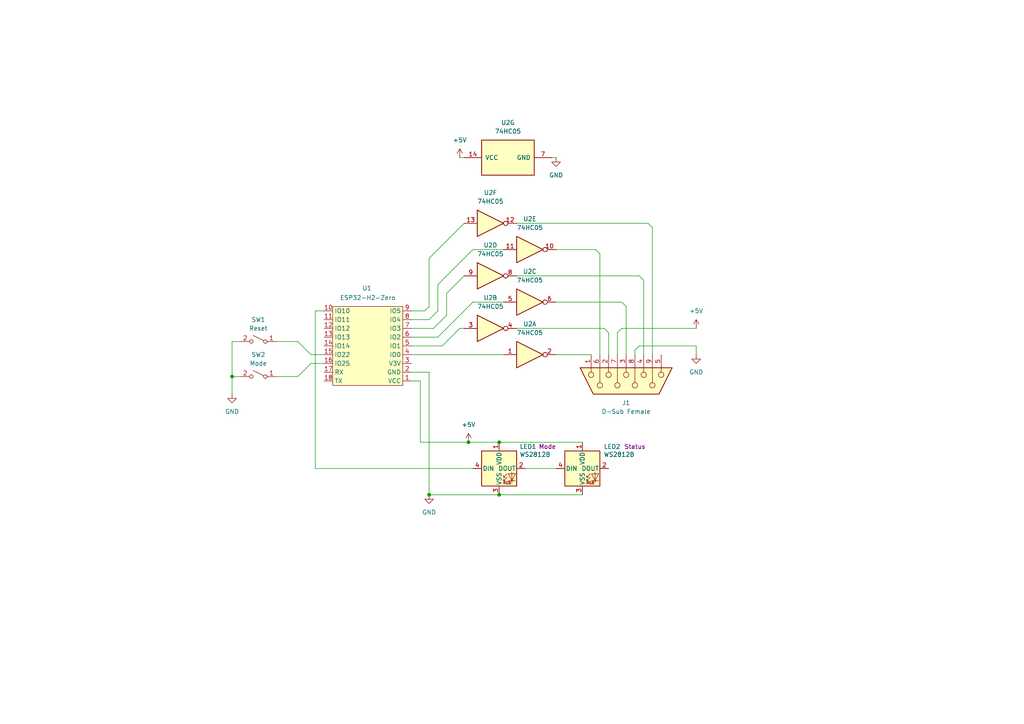
<source format=kicad_sch>
(kicad_sch (version 20250114) (generator "eeschema") (generator_version "9.0")
  (paper "A4")
  (title_block (title "AmiBLEHID") (date "2026-02-15") (rev "v0.3"))
  (lib_symbols
    (symbol "74xx:74LS05" (pin_names (offset 1.016))
      (property "Reference" "U" (at 0 1.27 0))
      (property "Value" "74LS05" (at 0 -1.27 0))
      (symbol "74LS05_1_0"
        (polyline (pts (xy -3.81 3.81) (xy -3.81 -3.81) (xy 3.81 0) (xy -3.81 3.81)) (stroke (width 0.254)) (fill (type background)))
        (pin input line (at -7.62 0 0) (length 3.81) (name "~") (number "1"))
        (pin open_collector inverted (at 7.62 0 180) (length 3.81) (name "~") (number "2"))
      )
      (symbol "74LS05_2_0"
        (polyline (pts (xy -3.81 3.81) (xy -3.81 -3.81) (xy 3.81 0) (xy -3.81 3.81)) (stroke (width 0.254)) (fill (type background)))
        (pin input line (at -7.62 0 0) (length 3.81) (name "~") (number "3"))
        (pin open_collector inverted (at 7.62 0 180) (length 3.81) (name "~") (number "4"))
      )
      (symbol "74LS05_3_0"
        (polyline (pts (xy -3.81 3.81) (xy -3.81 -3.81) (xy 3.81 0) (xy -3.81 3.81)) (stroke (width 0.254)) (fill (type background)))
        (pin input line (at -7.62 0 0) (length 3.81) (name "~") (number "5"))
        (pin open_collector inverted (at 7.62 0 180) (length 3.81) (name "~") (number "6"))
      )
      (symbol "74LS05_4_0"
        (polyline (pts (xy -3.81 3.81) (xy -3.81 -3.81) (xy 3.81 0) (xy -3.81 3.81)) (stroke (width 0.254)) (fill (type background)))
        (pin input line (at -7.62 0 0) (length 3.81) (name "~") (number "9"))
        (pin open_collector inverted (at 7.62 0 180) (length 3.81) (name "~") (number "8"))
      )
      (symbol "74LS05_5_0"
        (polyline (pts (xy -3.81 3.81) (xy -3.81 -3.81) (xy 3.81 0) (xy -3.81 3.81)) (stroke (width 0.254)) (fill (type background)))
        (pin input line (at -7.62 0 0) (length 3.81) (name "~") (number "11"))
        (pin open_collector inverted (at 7.62 0 180) (length 3.81) (name "~") (number "10"))
      )
      (symbol "74LS05_6_0"
        (polyline (pts (xy -3.81 3.81) (xy -3.81 -3.81) (xy 3.81 0) (xy -3.81 3.81)) (stroke (width 0.254)) (fill (type background)))
        (pin input line (at -7.62 0 0) (length 3.81) (name "~") (number "13"))
        (pin open_collector inverted (at 7.62 0 180) (length 3.81) (name "~") (number "12"))
      )
      (symbol "74LS05_7_0"
        (pin power_in line (at 0 12.7 270) (length 5.08) (name "VCC") (number "14"))
        (pin power_in line (at 0 -12.7 90) (length 5.08) (name "GND") (number "7"))
      )
      (symbol "74LS05_7_1"
        (rectangle (start -5.08 7.62) (end 5.08 -7.62) (stroke (width 0.254)) (fill (type background)))
      )
    )
    (symbol "Connector:DE9_Socket" (pin_names (offset 1.016) (hide yes))
      (property "Reference" "J" (at 0 13.97 0))
      (property "Value" "DE9_Socket" (at 0 -14.605 0))
      (symbol "DE9_Socket_0_1"
        (polyline (pts (xy -3.81 13.335) (xy -3.81 -13.335) (xy 3.81 -9.525) (xy 3.81 9.525) (xy -3.81 13.335)) (stroke (width 0.254)) (fill (type background)))
        (polyline (pts (xy -3.81 10.16) (xy -2.54 10.16)))
        (polyline (pts (xy -3.81 7.62) (xy 0.508 7.62)))
        (polyline (pts (xy -3.81 5.08) (xy -2.54 5.08)))
        (polyline (pts (xy -3.81 2.54) (xy 0.508 2.54)))
        (polyline (pts (xy -3.81 0) (xy -2.54 0)))
        (polyline (pts (xy -3.81 -2.54) (xy 0.508 -2.54)))
        (polyline (pts (xy -3.81 -5.08) (xy -2.54 -5.08)))
        (polyline (pts (xy -3.81 -7.62) (xy 0.508 -7.62)))
        (polyline (pts (xy -3.81 -10.16) (xy -2.54 -10.16)))
        (circle (center -1.778 10.16) (radius 0.762))
        (circle (center -1.778 5.08) (radius 0.762))
        (circle (center -1.778 0) (radius 0.762))
        (circle (center -1.778 -5.08) (radius 0.762))
        (circle (center -1.778 -10.16) (radius 0.762))
        (circle (center 1.27 7.62) (radius 0.762))
        (circle (center 1.27 2.54) (radius 0.762))
        (circle (center 1.27 -2.54) (radius 0.762))
        (circle (center 1.27 -7.62) (radius 0.762))
      )
      (symbol "DE9_Socket_1_1"
        (pin passive line (at -7.62 10.16 0) (length 3.81) (name "1") (number "1"))
        (pin passive line (at -7.62 7.62 0) (length 3.81) (name "6") (number "6"))
        (pin passive line (at -7.62 5.08 0) (length 3.81) (name "2") (number "2"))
        (pin passive line (at -7.62 2.54 0) (length 3.81) (name "7") (number "7"))
        (pin passive line (at -7.62 0 0) (length 3.81) (name "3") (number "3"))
        (pin passive line (at -7.62 -2.54 0) (length 3.81) (name "8") (number "8"))
        (pin passive line (at -7.62 -5.08 0) (length 3.81) (name "4") (number "4"))
        (pin passive line (at -7.62 -7.62 0) (length 3.81) (name "9") (number "9"))
        (pin passive line (at -7.62 -10.16 0) (length 3.81) (name "5") (number "5"))
      )
    )
    (symbol "ESP32H2-Symbols:Waveshare-ESP32-H2-Zero"
      (property "Reference" "U1" (at 0.254 -16.764 0))
      (property "Value" "ESP32-H2-Zero" (at 0 -13.97 0))
      (symbol "Waveshare-ESP32-H2-Zero_1_1"
        (rectangle (start -10.16 11.43) (end 10.16 -11.43) (fill (type background)))
        (pin power_in line (at -12.7 10.16 0) (length 2.54) (name "VCC") (number "1"))
        (pin power_in line (at -12.7 7.62 0) (length 2.54) (name "GND") (number "2"))
        (pin power_out line (at -12.7 5.08 0) (length 2.54) (name "V3V") (number "3"))
        (pin bidirectional line (at -12.7 2.54 0) (length 2.54) (name "IO0") (number "4"))
        (pin bidirectional line (at -12.7 0 0) (length 2.54) (name "IO1") (number "5"))
        (pin bidirectional line (at -12.7 -2.54 0) (length 2.54) (name "IO2") (number "6"))
        (pin bidirectional line (at -12.7 -5.08 0) (length 2.54) (name "IO3") (number "7"))
        (pin bidirectional line (at -12.7 -7.62 0) (length 2.54) (name "IO4") (number "8"))
        (pin bidirectional line (at -12.7 -10.16 0) (length 2.54) (name "IO5") (number "9"))
        (pin bidirectional line (at 12.7 10.16 180) (length 2.54) (name "TX") (number "18"))
        (pin bidirectional line (at 12.7 7.62 180) (length 2.54) (name "RX") (number "17"))
        (pin bidirectional line (at 12.7 5.08 180) (length 2.54) (name "IO25") (number "16"))
        (pin bidirectional line (at 12.7 2.54 180) (length 2.54) (name "IO22") (number "15"))
        (pin bidirectional line (at 12.7 0 180) (length 2.54) (name "IO14") (number "14"))
        (pin bidirectional line (at 12.7 -2.54 180) (length 2.54) (name "IO13") (number "13"))
        (pin bidirectional line (at 12.7 -5.08 180) (length 2.54) (name "IO12") (number "12"))
        (pin bidirectional line (at 12.7 -7.62 180) (length 2.54) (name "IO11") (number "11"))
        (pin bidirectional line (at 12.7 -10.16 180) (length 2.54) (name "IO10") (number "10"))
      )
    )
    (symbol "LED:WS2812B" (pin_names (offset 0.254))
      (property "Reference" "D" (at 5.08 5.715 0))
      (property "Value" "WS2812B" (at 1.27 -5.715 0))
      (symbol "WS2812B_0_0"
        (text "RGB" (at 2.286 -4.191 0) (effects (font (size 0.762 0.762))))
      )
      (symbol "WS2812B_0_1"
        (polyline (pts (xy 1.27 -2.54) (xy 1.778 -2.54)))
        (polyline (pts (xy 1.27 -3.556) (xy 1.778 -3.556)))
        (polyline (pts (xy 2.286 -1.524) (xy 1.27 -2.54) (xy 1.27 -2.032)))
        (polyline (pts (xy 2.286 -2.54) (xy 1.27 -3.556) (xy 1.27 -3.048)))
        (polyline (pts (xy 3.683 -1.016) (xy 3.683 -3.556) (xy 3.683 -4.064)))
        (polyline (pts (xy 4.699 -1.524) (xy 2.667 -1.524) (xy 3.683 -3.556) (xy 4.699 -1.524)))
        (polyline (pts (xy 4.699 -3.556) (xy 2.667 -3.556)))
        (rectangle (start 5.08 5.08) (end -5.08 -5.08) (stroke (width 0.254)) (fill (type background)))
      )
      (symbol "WS2812B_1_1"
        (pin input line (at -7.62 0 0) (length 2.54) (name "DIN") (number "4"))
        (pin power_in line (at 0 7.62 270) (length 2.54) (name "VDD") (number "1"))
        (pin power_in line (at 0 -7.62 90) (length 2.54) (name "VSS") (number "3"))
        (pin output line (at 7.62 0 180) (length 2.54) (name "DOUT") (number "2"))
      )
    )
    (symbol "Switch:SW_SPST" (pin_names (offset 0) (hide yes))
      (property "Reference" "SW" (at 0 3.175 0))
      (property "Value" "SW_SPST" (at 0 -2.54 0))
      (symbol "SW_SPST_0_0"
        (circle (center -2.032 0) (radius 0.508))
        (polyline (pts (xy -1.524 0.254) (xy 1.524 1.778)))
        (circle (center 2.032 0) (radius 0.508))
      )
      (symbol "SW_SPST_1_1"
        (pin passive line (at -5.08 0 0) (length 2.54) (name "A") (number "1"))
        (pin passive line (at 5.08 0 180) (length 2.54) (name "B") (number "2"))
      )
    )
    (symbol "power:+5V" (power) (pin_numbers (hide yes)) (pin_names (offset 0) (hide yes))
      (property "Value" "+5V" (at 0 3.556 0))
      (symbol "+5V_0_1"
        (polyline (pts (xy -0.762 1.27) (xy 0 2.54)))
        (polyline (pts (xy 0 2.54) (xy 0.762 1.27)))
        (polyline (pts (xy 0 0) (xy 0 2.54)))
      )
      (symbol "+5V_1_1"
        (pin power_in line (at 0 0 90) (length 0) (name "~") (number "1"))
      )
    )
    (symbol "power:GND" (power) (pin_numbers (hide yes)) (pin_names (offset 0) (hide yes))
      (property "Value" "GND" (at 0 -3.81 0))
      (symbol "GND_0_1"
        (polyline (pts (xy 0 0) (xy 0 -1.27) (xy 1.27 -1.27) (xy 0 -2.54) (xy -1.27 -1.27) (xy 0 -1.27)))
      )
      (symbol "GND_1_1"
        (pin power_in line (at 0 0 270) (length 0) (name "~") (number "1"))
      )
    )
  )
  (junction (at 67.31 109.22))
  (junction (at 135.89 128.27))
  (junction (at 124.46 143.51))
  (junction (at 144.78 143.51))
  (junction (at 144.78 128.27))
  (wire (pts (xy 189.23 102.87) (xy 189.23 66.04)))
  (wire (pts (xy 179.07 102.87) (xy 179.07 96.52)))
  (wire (pts (xy 121.92 128.27) (xy 135.89 128.27)))
  (wire (pts (xy 90.17 102.87) (xy 86.36 99.06)))
  (wire (pts (xy 179.07 96.52) (xy 180.34 95.25)))
  (wire (pts (xy 124.46 143.51) (xy 144.78 143.51)))
  (wire (pts (xy 137.16 72.39) (xy 146.05 72.39)))
  (wire (pts (xy 67.31 109.22) (xy 67.31 114.3)))
  (wire (pts (xy 161.29 102.87) (xy 171.45 102.87)))
  (wire (pts (xy 91.44 90.17) (xy 91.44 135.89)))
  (wire (pts (xy 119.38 92.71) (xy 124.46 92.71)))
  (wire (pts (xy 129.54 85.09) (xy 134.62 80.01)))
  (wire (pts (xy 133.35 45.72) (xy 134.62 45.72)))
  (wire (pts (xy 67.31 99.06) (xy 69.85 99.06)))
  (wire (pts (xy 90.17 105.41) (xy 93.98 105.41)))
  (wire (pts (xy 124.46 88.9) (xy 124.46 74.93)))
  (wire (pts (xy 129.54 91.44) (xy 129.54 85.09)))
  (wire (pts (xy 149.86 95.25) (xy 175.26 95.25)))
  (wire (pts (xy 119.38 110.49) (xy 121.92 110.49)))
  (wire (pts (xy 137.16 87.63) (xy 146.05 87.63)))
  (wire (pts (xy 125.73 95.25) (xy 129.54 91.44)))
  (wire (pts (xy 124.46 92.71) (xy 127 90.17)))
  (wire (pts (xy 119.38 95.25) (xy 125.73 95.25)))
  (wire (pts (xy 173.99 102.87) (xy 173.99 73.66)))
  (wire (pts (xy 180.34 87.63) (xy 181.61 88.9)))
  (wire (pts (xy 184.15 101.6) (xy 185.42 100.33)))
  (wire (pts (xy 119.38 102.87) (xy 146.05 102.87)))
  (wire (pts (xy 201.93 100.33) (xy 201.93 102.87)))
  (wire (pts (xy 91.44 90.17) (xy 93.98 90.17)))
  (wire (pts (xy 152.4 135.89) (xy 161.29 135.89)))
  (wire (pts (xy 161.29 87.63) (xy 180.34 87.63)))
  (wire (pts (xy 185.42 80.01) (xy 186.69 81.28)))
  (wire (pts (xy 119.38 100.33) (xy 128.27 100.33)))
  (wire (pts (xy 181.61 88.9) (xy 181.61 102.87)))
  (wire (pts (xy 127 90.17) (xy 127 82.55)))
  (wire (pts (xy 144.78 128.27) (xy 168.91 128.27)))
  (wire (pts (xy 180.34 95.25) (xy 201.93 95.25)))
  (wire (pts (xy 185.42 100.33) (xy 201.93 100.33)))
  (wire (pts (xy 90.17 102.87) (xy 93.98 102.87)))
  (wire (pts (xy 121.92 110.49) (xy 121.92 128.27)))
  (wire (pts (xy 127 82.55) (xy 137.16 72.39)))
  (wire (pts (xy 149.86 80.01) (xy 185.42 80.01)))
  (wire (pts (xy 161.29 72.39) (xy 172.72 72.39)))
  (wire (pts (xy 186.69 81.28) (xy 186.69 102.87)))
  (wire (pts (xy 127 97.79) (xy 137.16 87.63)))
  (wire (pts (xy 86.36 109.22) (xy 90.17 105.41)))
  (wire (pts (xy 189.23 66.04) (xy 187.96 64.77)))
  (wire (pts (xy 176.53 96.52) (xy 176.53 102.87)))
  (wire (pts (xy 175.26 95.25) (xy 176.53 96.52)))
  (wire (pts (xy 67.31 99.06) (xy 67.31 109.22)))
  (wire (pts (xy 135.89 128.27) (xy 144.78 128.27)))
  (wire (pts (xy 134.62 95.25) (xy 133.35 95.25)))
  (wire (pts (xy 119.38 107.95) (xy 124.46 107.95)))
  (wire (pts (xy 160.02 45.72) (xy 161.29 45.72)))
  (wire (pts (xy 91.44 135.89) (xy 137.16 135.89)))
  (wire (pts (xy 123.19 90.17) (xy 124.46 88.9)))
  (wire (pts (xy 124.46 74.93) (xy 134.62 64.77)))
  (wire (pts (xy 133.35 95.25) (xy 128.27 100.33)))
  (wire (pts (xy 119.38 97.79) (xy 127 97.79)))
  (wire (pts (xy 80.01 109.22) (xy 86.36 109.22)))
  (wire (pts (xy 80.01 99.06) (xy 86.36 99.06)))
  (wire (pts (xy 119.38 90.17) (xy 123.19 90.17)))
  (wire (pts (xy 173.99 73.66) (xy 172.72 72.39)))
  (wire (pts (xy 149.86 64.77) (xy 187.96 64.77)))
  (wire (pts (xy 124.46 107.95) (xy 124.46 143.51)))
  (wire (pts (xy 144.78 143.51) (xy 168.91 143.51)))
  (wire (pts (xy 67.31 109.22) (xy 69.85 109.22)))
  (wire (pts (xy 184.15 101.6) (xy 184.15 102.87)))
  (symbol (lib_id "74xx:74LS05") (at 153.67 72.39 0) (unit 5)
    (property "Reference" "U2" (at 153.67 63.5 0))
    (property "Value" "74HC05" (at 153.67 66.04 0))
    (property "Footprint" "Package_SO:SO-14_5.3x10.2mm_P1.27mm" (effects (hide yes)))
    (property "Datasheet" "http://www.ti.com/lit/gpn/sn74LS05" (effects (hide yes)))
    (property "Description" "Inverter Open Collect" (effects (hide yes)))
  )
  (symbol (lib_id "74xx:74LS05") (at 142.24 64.77 0) (unit 6)
    (property "Reference" "U2" (at 142.24 55.88 0))
    (property "Value" "74HC05" (at 142.24 58.42 0))
    (property "Footprint" "Package_SO:SO-14_5.3x10.2mm_P1.27mm" (effects (hide yes)))
    (property "Datasheet" "http://www.ti.com/lit/gpn/sn74LS05" (effects (hide yes)))
    (property "Description" "Inverter Open Collect" (effects (hide yes)))
  )
  (symbol (lib_id "74xx:74LS05") (at 147.32 45.72 90) (unit 7)
    (property "Reference" "U2" (at 147.32 35.56 90))
    (property "Value" "74HC05" (at 147.32 38.1 90))
    (property "Footprint" "Package_SO:SO-14_5.3x10.2mm_P1.27mm" (effects (hide yes)))
    (property "Datasheet" "http://www.ti.com/lit/gpn/sn74LS05" (effects (hide yes)))
    (property "Description" "Inverter Open Collect" (effects (hide yes)))
  )
  (symbol (lib_id "power:+5V") (at 133.35 45.72 0) (unit 1)
    (property "Reference" "#PWR06" (effects (hide yes)))
    (property "Value" "+5V" (at 133.35 40.64 0))
    (property "Description" "Power symbol creates a global label with name \"+5V\"" (effects (hide yes)))
  )
  (symbol (lib_id "power:GND") (at 124.46 143.51 0) (unit 1)
    (property "Reference" "#PWR03" (effects (hide yes)))
    (property "Value" "GND" (at 124.46 148.59 0))
    (property "Description" "Power symbol creates a global label with name \"GND\" , ground" (effects (hide yes)))
  )
  (symbol (lib_id "Switch:SW_SPST") (at 74.93 99.06 0) (mirror y) (unit 1)
    (property "Reference" "SW1" (at 74.93 92.71 0))
    (property "Value" "Reset" (at 74.93 95.25 0))
    (property "Footprint" "Button_Switch_SMD:SW_SPST_PTS647_Sx50" (effects (hide yes)))
    (property "Description" "Single Pole Single Throw (SPST) switch" (effects (hide yes)))
  )
  (symbol (lib_id "ESP32H2-Symbols:Waveshare-ESP32-H2-Zero") (at 106.68 100.33 180) (unit 1)
    (property "Reference" "U1" (at 106.426 83.566 0))
    (property "Value" "ESP32-H2-Zero" (at 106.68 86.36 0))
    (property "Footprint" "ESP32H2-Library:Waveshare-ESP32-H2-Zero" (effects (hide yes)))
    (property "Datasheet" "https://www.waveshare.com/esp32-h2-zero.htm" (effects (hide yes)))
  )
  (symbol (lib_id "power:GND") (at 161.29 45.72 0) (unit 1)
    (property "Reference" "#PWR05" (effects (hide yes)))
    (property "Value" "GND" (at 161.29 50.8 0))
    (property "Description" "Power symbol creates a global label with name \"GND\" , ground" (effects (hide yes)))
  )
  (symbol (lib_id "power:GND") (at 201.93 102.87 0) (unit 1)
    (property "Reference" "#PWR04" (effects (hide yes)))
    (property "Value" "GND" (at 201.93 107.95 0))
    (property "Description" "Power symbol creates a global label with name \"GND\" , ground" (effects (hide yes)))
  )
  (symbol (lib_id "LED:WS2812B") (at 168.91 135.89 0) (unit 1)
    (property "Reference" "LED2" (at 177.546 129.54 0))
    (property "Value" "WS2812B" (at 179.578 131.826 0))
    (property "Footprint" "LED_SMD:LED_WS2812B_PLCC4_5.0x5.0mm_P3.2mm" (effects (hide yes)))
    (property "Datasheet" "https://cdn-shop.adafruit.com/datasheets/WS2812B.pdf" (effects (hide yes)))
    (property "Description" "RGB LED with integrated controller" (effects (hide yes)))
    (property "Usage" "Status" (at 184.15 129.54 0))
  )
  (symbol (lib_id "LED:WS2812B") (at 144.78 135.89 0) (unit 1)
    (property "Reference" "LED1" (at 153.162 129.54 0))
    (property "Value" "WS2812B" (at 155.194 131.826 0))
    (property "Footprint" "LED_SMD:LED_WS2812B_PLCC4_5.0x5.0mm_P3.2mm" (effects (hide yes)))
    (property "Datasheet" "https://cdn-shop.adafruit.com/datasheets/WS2812B.pdf" (effects (hide yes)))
    (property "Description" "RGB LED with integrated controller" (effects (hide yes)))
    (property "Usage" "Mode" (at 161.29 129.54 0) (effects (justify right)))
  )
  (symbol (lib_id "power:GND") (at 67.31 114.3 0) (unit 1)
    (property "Reference" "#PWR07" (effects (hide yes)))
    (property "Value" "GND" (at 67.31 119.38 0))
    (property "Description" "Power symbol creates a global label with name \"GND\" , ground" (effects (hide yes)))
  )
  (symbol (lib_id "Switch:SW_SPST") (at 74.93 109.22 0) (mirror y) (unit 1)
    (property "Reference" "SW2" (at 74.93 102.87 0))
    (property "Value" "Mode" (at 74.93 105.41 0))
    (property "Footprint" "Button_Switch_SMD:SW_SPST_PTS647_Sx50" (effects (hide yes)))
    (property "Description" "Single Pole Single Throw (SPST) switch" (effects (hide yes)))
  )
  (symbol (lib_id "74xx:74LS05") (at 153.67 102.87 0) (unit 1)
    (property "Reference" "U2" (at 153.67 93.98 0))
    (property "Value" "74HC05" (at 153.67 96.52 0))
    (property "Footprint" "Package_SO:SO-14_5.3x10.2mm_P1.27mm" (effects (hide yes)))
    (property "Datasheet" "http://www.ti.com/lit/gpn/sn74LS05" (effects (hide yes)))
    (property "Description" "Inverter Open Collect" (effects (hide yes)))
  )
  (symbol (lib_id "power:+5V") (at 135.89 128.27 0) (unit 1)
    (property "Reference" "#PWR02" (effects (hide yes)))
    (property "Value" "+5V" (at 135.89 123.19 0))
    (property "Description" "Power symbol creates a global label with name \"+5V\"" (effects (hide yes)))
  )
  (symbol (lib_id "74xx:74LS05") (at 153.67 87.63 0) (unit 3)
    (property "Reference" "U2" (at 153.67 78.74 0))
    (property "Value" "74HC05" (at 153.67 81.28 0))
    (property "Footprint" "Package_SO:SO-14_5.3x10.2mm_P1.27mm" (effects (hide yes)))
    (property "Datasheet" "http://www.ti.com/lit/gpn/sn74LS05" (effects (hide yes)))
    (property "Description" "Inverter Open Collect" (effects (hide yes)))
  )
  (symbol (lib_id "74xx:74LS05") (at 142.24 80.01 0) (unit 4)
    (property "Reference" "U2" (at 142.24 71.12 0))
    (property "Value" "74HC05" (at 142.24 73.66 0))
    (property "Footprint" "Package_SO:SO-14_5.3x10.2mm_P1.27mm" (effects (hide yes)))
    (property "Datasheet" "http://www.ti.com/lit/gpn/sn74LS05" (effects (hide yes)))
    (property "Description" "Inverter Open Collect" (effects (hide yes)))
  )
  (symbol (lib_id "power:+5V") (at 201.93 95.25 0) (unit 1)
    (property "Reference" "#PWR01" (effects (hide yes)))
    (property "Value" "+5V" (at 201.93 90.17 0))
    (property "Description" "Power symbol creates a global label with name \"+5V\"" (effects (hide yes)))
  )
  (symbol (lib_id "Connector:DE9_Socket") (at 181.61 110.49 90) (mirror x) (unit 1)
    (property "Reference" "J1" (at 181.61 116.84 90))
    (property "Value" "D-Sub Female" (at 181.61 119.38 90))
    (property "Footprint" "Connector_Dsub:DSUB-9_Socket_EdgeMount_P2.77mm" (effects (hide yes)))
    (property "Description" "9-pin D-SUB connector, socket (female)" (effects (hide yes)))
  )
  (symbol (lib_id "74xx:74LS05") (at 142.24 95.25 0) (unit 2)
    (property "Reference" "U2" (at 142.24 86.36 0))
    (property "Value" "74HC05" (at 142.24 88.9 0))
    (property "Footprint" "Package_SO:SO-14_5.3x10.2mm_P1.27mm" (effects (hide yes)))
    (property "Datasheet" "http://www.ti.com/lit/gpn/sn74LS05" (effects (hide yes)))
    (property "Description" "Inverter Open Collect" (effects (hide yes)))
  )
)
</source>
